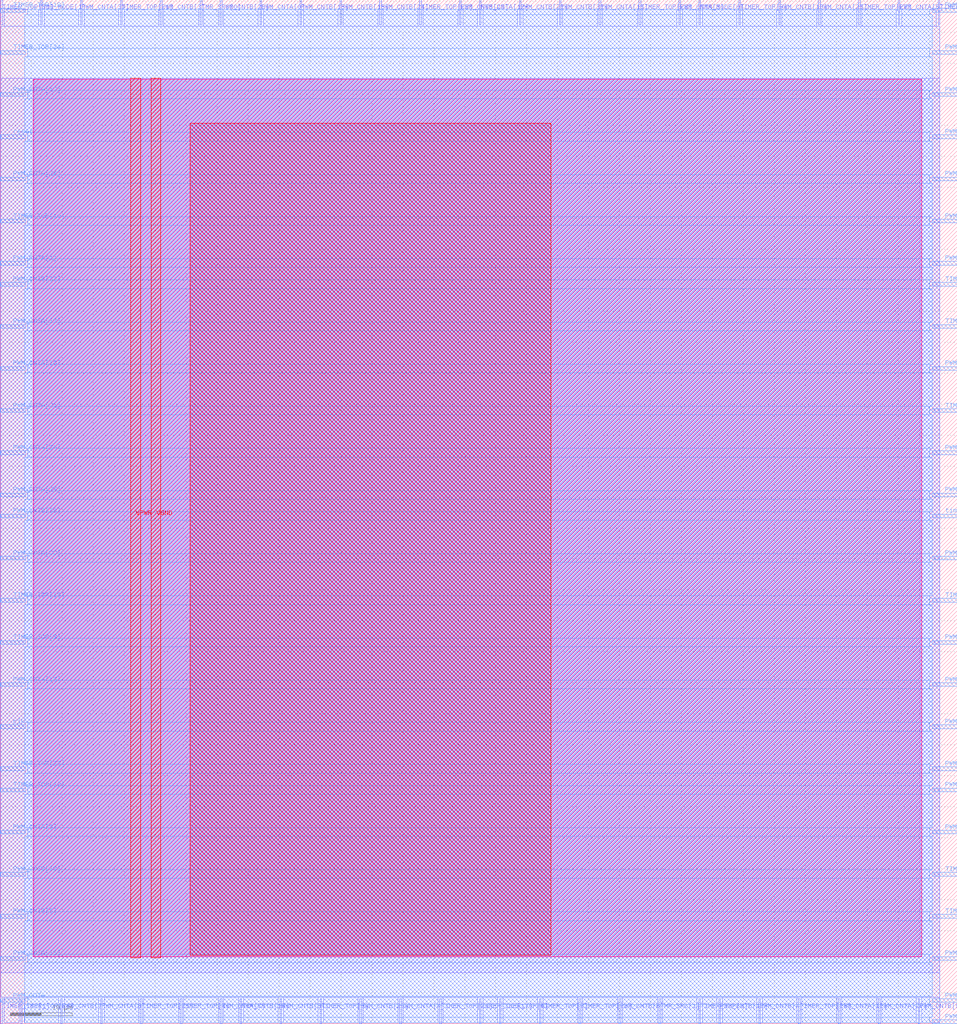
<source format=lef>
VERSION 5.7 ;
  NOWIREEXTENSIONATPIN ON ;
  DIVIDERCHAR "/" ;
  BUSBITCHARS "[]" ;
MACRO Timer_PWM_Generator
  CLASS BLOCK ;
  FOREIGN Timer_PWM_Generator ;
  ORIGIN 0.000 0.000 ;
  SIZE 154.515 BY 165.235 ;
  PIN PWM_CNTA[0]
    DIRECTION INPUT ;
    USE SIGNAL ;
    ANTENNAGATEAREA 0.213000 ;
    PORT
      LAYER met2 ;
        RECT 41.950 161.235 42.230 165.235 ;
    END
  END PWM_CNTA[0]
  PIN PWM_CNTA[10]
    DIRECTION INPUT ;
    USE SIGNAL ;
    ANTENNAGATEAREA 0.213000 ;
    PORT
      LAYER met3 ;
        RECT 0.000 105.440 4.000 106.040 ;
    END
  END PWM_CNTA[10]
  PIN PWM_CNTA[11]
    DIRECTION INPUT ;
    USE SIGNAL ;
    ANTENNAGATEAREA 0.213000 ;
    PORT
      LAYER met2 ;
        RECT 135.330 0.000 135.610 4.000 ;
    END
  END PWM_CNTA[11]
  PIN PWM_CNTA[12]
    DIRECTION INPUT ;
    USE SIGNAL ;
    ANTENNAGATEAREA 0.213000 ;
    PORT
      LAYER met2 ;
        RECT 77.370 161.235 77.650 165.235 ;
    END
  END PWM_CNTA[12]
  PIN PWM_CNTA[13]
    DIRECTION INPUT ;
    USE SIGNAL ;
    ANTENNAGATEAREA 0.126000 ;
    PORT
      LAYER met3 ;
        RECT 0.000 149.640 4.000 150.240 ;
    END
  END PWM_CNTA[13]
  PIN PWM_CNTA[14]
    DIRECTION INPUT ;
    USE SIGNAL ;
    ANTENNAGATEAREA 0.213000 ;
    PORT
      LAYER met3 ;
        RECT 150.515 61.240 154.515 61.840 ;
    END
  END PWM_CNTA[14]
  PIN PWM_CNTA[15]
    DIRECTION INPUT ;
    USE SIGNAL ;
    ANTENNAGATEAREA 0.196500 ;
    PORT
      LAYER met3 ;
        RECT 0.000 10.240 4.000 10.840 ;
    END
  END PWM_CNTA[15]
  PIN PWM_CNTA[16]
    DIRECTION INPUT ;
    USE SIGNAL ;
    ANTENNAGATEAREA 0.213000 ;
    PORT
      LAYER met2 ;
        RECT 96.690 161.235 96.970 165.235 ;
    END
  END PWM_CNTA[16]
  PIN PWM_CNTA[17]
    DIRECTION INPUT ;
    USE SIGNAL ;
    ANTENNAGATEAREA 0.126000 ;
    PORT
      LAYER met3 ;
        RECT 0.000 112.240 4.000 112.840 ;
    END
  END PWM_CNTA[17]
  PIN PWM_CNTA[18]
    DIRECTION INPUT ;
    USE SIGNAL ;
    ANTENNAGATEAREA 0.213000 ;
    PORT
      LAYER met3 ;
        RECT 0.000 54.440 4.000 55.040 ;
    END
  END PWM_CNTA[18]
  PIN PWM_CNTA[19]
    DIRECTION INPUT ;
    USE SIGNAL ;
    ANTENNAGATEAREA 0.213000 ;
    PORT
      LAYER met3 ;
        RECT 150.515 129.240 154.515 129.840 ;
    END
  END PWM_CNTA[19]
  PIN PWM_CNTA[1]
    DIRECTION INPUT ;
    USE SIGNAL ;
    ANTENNAGATEAREA 0.159000 ;
    PORT
      LAYER met3 ;
        RECT 0.000 122.440 4.000 123.040 ;
    END
  END PWM_CNTA[1]
  PIN PWM_CNTA[20]
    DIRECTION INPUT ;
    USE SIGNAL ;
    ANTENNAGATEAREA 0.126000 ;
    PORT
      LAYER met3 ;
        RECT 0.000 91.840 4.000 92.440 ;
    END
  END PWM_CNTA[20]
  PIN PWM_CNTA[21]
    DIRECTION INPUT ;
    USE SIGNAL ;
    ANTENNAGATEAREA 0.159000 ;
    PORT
      LAYER met3 ;
        RECT 150.515 37.440 154.515 38.040 ;
    END
  END PWM_CNTA[21]
  PIN PWM_CNTA[22]
    DIRECTION INPUT ;
    USE SIGNAL ;
    ANTENNAGATEAREA 0.213000 ;
    PORT
      LAYER met3 ;
        RECT 0.000 74.840 4.000 75.440 ;
    END
  END PWM_CNTA[22]
  PIN PWM_CNTA[23]
    DIRECTION INPUT ;
    USE SIGNAL ;
    ANTENNAGATEAREA 0.213000 ;
    PORT
      LAYER met3 ;
        RECT 150.515 85.040 154.515 85.640 ;
    END
  END PWM_CNTA[23]
  PIN PWM_CNTA[24]
    DIRECTION INPUT ;
    USE SIGNAL ;
    ANTENNAGATEAREA 0.126000 ;
    PORT
      LAYER met3 ;
        RECT 0.000 136.040 4.000 136.640 ;
    END
  END PWM_CNTA[24]
  PIN PWM_CNTA[25]
    DIRECTION INPUT ;
    USE SIGNAL ;
    ANTENNAGATEAREA 0.213000 ;
    PORT
      LAYER met3 ;
        RECT 0.000 85.040 4.000 85.640 ;
    END
  END PWM_CNTA[25]
  PIN PWM_CNTA[26]
    DIRECTION INPUT ;
    USE SIGNAL ;
    ANTENNAGATEAREA 0.126000 ;
    PORT
      LAYER met2 ;
        RECT 132.110 161.235 132.390 165.235 ;
    END
  END PWM_CNTA[26]
  PIN PWM_CNTA[27]
    DIRECTION INPUT ;
    USE SIGNAL ;
    ANTENNAGATEAREA 0.213000 ;
    PORT
      LAYER met2 ;
        RECT 141.770 0.000 142.050 4.000 ;
    END
  END PWM_CNTA[27]
  PIN PWM_CNTA[28]
    DIRECTION INPUT ;
    USE SIGNAL ;
    ANTENNAGATEAREA 0.126000 ;
    PORT
      LAYER met3 ;
        RECT 150.515 30.640 154.515 31.240 ;
    END
  END PWM_CNTA[28]
  PIN PWM_CNTA[29]
    DIRECTION INPUT ;
    USE SIGNAL ;
    ANTENNAGATEAREA 0.126000 ;
    PORT
      LAYER met3 ;
        RECT 150.515 91.840 154.515 92.440 ;
    END
  END PWM_CNTA[29]
  PIN PWM_CNTA[2]
    DIRECTION INPUT ;
    USE SIGNAL ;
    ANTENNAGATEAREA 0.213000 ;
    PORT
      LAYER met3 ;
        RECT 150.515 149.640 154.515 150.240 ;
    END
  END PWM_CNTA[2]
  PIN PWM_CNTA[30]
    DIRECTION INPUT ;
    USE SIGNAL ;
    ANTENNAGATEAREA 0.213000 ;
    PORT
      LAYER met2 ;
        RECT 12.970 161.235 13.250 165.235 ;
    END
  END PWM_CNTA[30]
  PIN PWM_CNTA[31]
    DIRECTION INPUT ;
    USE SIGNAL ;
    ANTENNAGATEAREA 0.213000 ;
    PORT
      LAYER met3 ;
        RECT 0.000 98.640 4.000 99.240 ;
    END
  END PWM_CNTA[31]
  PIN PWM_CNTA[3]
    DIRECTION INPUT ;
    USE SIGNAL ;
    ANTENNAGATEAREA 0.213000 ;
    PORT
      LAYER met2 ;
        RECT 109.570 161.235 109.850 165.235 ;
    END
  END PWM_CNTA[3]
  PIN PWM_CNTA[4]
    DIRECTION INPUT ;
    USE SIGNAL ;
    ANTENNAGATEAREA 0.126000 ;
    PORT
      LAYER met2 ;
        RECT 64.490 0.000 64.770 4.000 ;
    END
  END PWM_CNTA[4]
  PIN PWM_CNTA[5]
    DIRECTION INPUT ;
    USE SIGNAL ;
    ANTENNAGATEAREA 0.213000 ;
    PORT
      LAYER met2 ;
        RECT 144.990 161.235 145.270 165.235 ;
    END
  END PWM_CNTA[5]
  PIN PWM_CNTA[6]
    DIRECTION INPUT ;
    USE SIGNAL ;
    ANTENNAGATEAREA 0.213000 ;
    PORT
      LAYER met3 ;
        RECT 150.515 156.440 154.515 157.040 ;
    END
  END PWM_CNTA[6]
  PIN PWM_CNTA[7]
    DIRECTION INPUT ;
    USE SIGNAL ;
    ANTENNAGATEAREA 0.126000 ;
    PORT
      LAYER met2 ;
        RECT 35.510 0.000 35.790 4.000 ;
    END
  END PWM_CNTA[7]
  PIN PWM_CNTA[8]
    DIRECTION INPUT ;
    USE SIGNAL ;
    ANTENNAGATEAREA 0.126000 ;
    PORT
      LAYER met2 ;
        RECT 16.190 0.000 16.470 4.000 ;
    END
  END PWM_CNTA[8]
  PIN PWM_CNTA[9]
    DIRECTION INPUT ;
    USE SIGNAL ;
    ANTENNAGATEAREA 0.126000 ;
    PORT
      LAYER met3 ;
        RECT 0.000 30.640 4.000 31.240 ;
    END
  END PWM_CNTA[9]
  PIN PWM_CNTB[0]
    DIRECTION INPUT ;
    USE SIGNAL ;
    ANTENNAGATEAREA 0.126000 ;
    PORT
      LAYER met3 ;
        RECT 150.515 163.240 154.515 163.840 ;
    END
  END PWM_CNTB[0]
  PIN PWM_CNTB[10]
    DIRECTION INPUT ;
    USE SIGNAL ;
    ANTENNAGATEAREA 0.213000 ;
    PORT
      LAYER met2 ;
        RECT 125.670 161.235 125.950 165.235 ;
    END
  END PWM_CNTB[10]
  PIN PWM_CNTB[11]
    DIRECTION INPUT ;
    USE SIGNAL ;
    ANTENNAGATEAREA 0.213000 ;
    PORT
      LAYER met3 ;
        RECT 150.515 10.240 154.515 10.840 ;
    END
  END PWM_CNTB[11]
  PIN PWM_CNTB[12]
    DIRECTION INPUT ;
    USE SIGNAL ;
    ANTENNAGATEAREA 0.196500 ;
    PORT
      LAYER met2 ;
        RECT 116.010 0.000 116.290 4.000 ;
    END
  END PWM_CNTB[12]
  PIN PWM_CNTB[13]
    DIRECTION INPUT ;
    USE SIGNAL ;
    ANTENNAGATEAREA 0.126000 ;
    PORT
      LAYER met3 ;
        RECT 150.515 74.840 154.515 75.440 ;
    END
  END PWM_CNTB[13]
  PIN PWM_CNTB[14]
    DIRECTION INPUT ;
    USE SIGNAL ;
    ANTENNAGATEAREA 0.159000 ;
    PORT
      LAYER met3 ;
        RECT 150.515 54.440 154.515 55.040 ;
    END
  END PWM_CNTB[14]
  PIN PWM_CNTB[15]
    DIRECTION INPUT ;
    USE SIGNAL ;
    ANTENNAGATEAREA 0.213000 ;
    PORT
      LAYER met2 ;
        RECT 48.390 161.235 48.670 165.235 ;
    END
  END PWM_CNTB[15]
  PIN PWM_CNTB[16]
    DIRECTION INPUT ;
    USE SIGNAL ;
    ANTENNAGATEAREA 0.196500 ;
    PORT
      LAYER met2 ;
        RECT 54.830 161.235 55.110 165.235 ;
    END
  END PWM_CNTB[16]
  PIN PWM_CNTB[17]
    DIRECTION INPUT ;
    USE SIGNAL ;
    ANTENNAGATEAREA 0.213000 ;
    PORT
      LAYER met3 ;
        RECT 150.515 122.440 154.515 123.040 ;
    END
  END PWM_CNTB[17]
  PIN PWM_CNTB[18]
    DIRECTION INPUT ;
    USE SIGNAL ;
    ANTENNAGATEAREA 0.213000 ;
    PORT
      LAYER met3 ;
        RECT 0.000 23.840 4.000 24.440 ;
    END
  END PWM_CNTB[18]
  PIN PWM_CNTB[19]
    DIRECTION INPUT ;
    USE SIGNAL ;
    ANTENNAGATEAREA 0.196500 ;
    PORT
      LAYER met2 ;
        RECT 38.730 0.000 39.010 4.000 ;
    END
  END PWM_CNTB[19]
  PIN PWM_CNTB[1]
    DIRECTION INPUT ;
    USE SIGNAL ;
    ANTENNAGATEAREA 0.213000 ;
    PORT
      LAYER met3 ;
        RECT 150.515 136.040 154.515 136.640 ;
    END
  END PWM_CNTB[1]
  PIN PWM_CNTB[20]
    DIRECTION INPUT ;
    USE SIGNAL ;
    ANTENNAGATEAREA 0.213000 ;
    PORT
      LAYER met3 ;
        RECT 150.515 3.440 154.515 4.040 ;
    END
  END PWM_CNTB[20]
  PIN PWM_CNTB[21]
    DIRECTION INPUT ;
    USE SIGNAL ;
    ANTENNAGATEAREA 0.126000 ;
    PORT
      LAYER met2 ;
        RECT 83.810 161.235 84.090 165.235 ;
    END
  END PWM_CNTB[21]
  PIN PWM_CNTB[22]
    DIRECTION INPUT ;
    USE SIGNAL ;
    ANTENNAGATEAREA 0.126000 ;
    PORT
      LAYER met3 ;
        RECT 0.000 119.040 4.000 119.640 ;
    END
  END PWM_CNTB[22]
  PIN PWM_CNTB[23]
    DIRECTION INPUT ;
    USE SIGNAL ;
    ANTENNAGATEAREA 0.196500 ;
    PORT
      LAYER met2 ;
        RECT 35.510 161.235 35.790 165.235 ;
    END
  END PWM_CNTB[23]
  PIN PWM_CNTB[24]
    DIRECTION INPUT ;
    USE SIGNAL ;
    ANTENNAGATEAREA 0.196500 ;
    PORT
      LAYER met2 ;
        RECT 61.270 161.235 61.550 165.235 ;
    END
  END PWM_CNTB[24]
  PIN PWM_CNTB[25]
    DIRECTION INPUT ;
    USE SIGNAL ;
    ANTENNAGATEAREA 0.213000 ;
    PORT
      LAYER met3 ;
        RECT 150.515 142.840 154.515 143.440 ;
    END
  END PWM_CNTB[25]
  PIN PWM_CNTB[26]
    DIRECTION INPUT ;
    USE SIGNAL ;
    ANTENNAGATEAREA 0.213000 ;
    PORT
      LAYER met3 ;
        RECT 150.515 0.040 154.515 0.640 ;
    END
  END PWM_CNTB[26]
  PIN PWM_CNTB[27]
    DIRECTION INPUT ;
    USE SIGNAL ;
    ANTENNAGATEAREA 0.196500 ;
    PORT
      LAYER met2 ;
        RECT 74.150 161.235 74.430 165.235 ;
    END
  END PWM_CNTB[27]
  PIN PWM_CNTB[28]
    DIRECTION INPUT ;
    USE SIGNAL ;
    ANTENNAGATEAREA 0.213000 ;
    PORT
      LAYER met2 ;
        RECT 58.050 0.000 58.330 4.000 ;
    END
  END PWM_CNTB[28]
  PIN PWM_CNTB[29]
    DIRECTION INPUT ;
    USE SIGNAL ;
    ANTENNAGATEAREA 0.213000 ;
    PORT
      LAYER met3 ;
        RECT 150.515 40.840 154.515 41.440 ;
    END
  END PWM_CNTB[29]
  PIN PWM_CNTB[2]
    DIRECTION INPUT ;
    USE SIGNAL ;
    ANTENNAGATEAREA 0.213000 ;
    PORT
      LAYER met3 ;
        RECT 150.515 105.440 154.515 106.040 ;
    END
  END PWM_CNTB[2]
  PIN PWM_CNTB[30]
    DIRECTION INPUT ;
    USE SIGNAL ;
    ANTENNAGATEAREA 0.213000 ;
    PORT
      LAYER met3 ;
        RECT 0.000 81.640 4.000 82.240 ;
    END
  END PWM_CNTB[30]
  PIN PWM_CNTB[31]
    DIRECTION INPUT ;
    USE SIGNAL ;
    ANTENNAGATEAREA 0.196500 ;
    PORT
      LAYER met2 ;
        RECT 90.250 161.235 90.530 165.235 ;
    END
  END PWM_CNTB[31]
  PIN PWM_CNTB[3]
    DIRECTION INPUT ;
    USE SIGNAL ;
    ANTENNAGATEAREA 0.159000 ;
    PORT
      LAYER met2 ;
        RECT 25.850 161.235 26.130 165.235 ;
    END
  END PWM_CNTB[3]
  PIN PWM_CNTB[4]
    DIRECTION INPUT ;
    USE SIGNAL ;
    ANTENNAGATEAREA 0.126000 ;
    PORT
      LAYER met2 ;
        RECT 122.450 0.000 122.730 4.000 ;
    END
  END PWM_CNTB[4]
  PIN PWM_CNTB[5]
    DIRECTION INPUT ;
    USE SIGNAL ;
    ANTENNAGATEAREA 0.213000 ;
    PORT
      LAYER met3 ;
        RECT 0.000 17.040 4.000 17.640 ;
    END
  END PWM_CNTB[5]
  PIN PWM_CNTB[6]
    DIRECTION INPUT ;
    USE SIGNAL ;
    ANTENNAGATEAREA 0.196500 ;
    PORT
      LAYER met2 ;
        RECT 99.910 0.000 100.190 4.000 ;
    END
  END PWM_CNTB[6]
  PIN PWM_CNTB[7]
    DIRECTION INPUT ;
    USE SIGNAL ;
    ANTENNAGATEAREA 0.126000 ;
    PORT
      LAYER met2 ;
        RECT 9.750 0.000 10.030 4.000 ;
    END
  END PWM_CNTB[7]
  PIN PWM_CNTB[8]
    DIRECTION INPUT ;
    USE SIGNAL ;
    ANTENNAGATEAREA 0.196500 ;
    PORT
      LAYER met2 ;
        RECT 45.170 0.000 45.450 4.000 ;
    END
  END PWM_CNTB[8]
  PIN PWM_CNTB[9]
    DIRECTION INPUT ;
    USE SIGNAL ;
    ANTENNAGATEAREA 0.213000 ;
    PORT
      LAYER met2 ;
        RECT 148.210 0.000 148.490 4.000 ;
    END
  END PWM_CNTB[9]
  PIN PWM_OUTA
    DIRECTION OUTPUT ;
    USE SIGNAL ;
    ANTENNADIFFAREA 0.340600 ;
    PORT
      LAYER met3 ;
        RECT 0.000 3.440 4.000 4.040 ;
    END
  END PWM_OUTA
  PIN PWM_OUTB
    DIRECTION OUTPUT ;
    USE SIGNAL ;
    ANTENNADIFFAREA 0.340600 ;
    PORT
      LAYER met3 ;
        RECT 150.515 47.640 154.515 48.240 ;
    END
  END PWM_OUTB
  PIN TIMER_TOP[0]
    DIRECTION INPUT ;
    USE SIGNAL ;
    ANTENNAGATEAREA 0.196500 ;
    PORT
      LAYER met2 ;
        RECT 112.790 0.000 113.070 4.000 ;
    END
  END TIMER_TOP[0]
  PIN TIMER_TOP[10]
    DIRECTION INPUT ;
    USE SIGNAL ;
    ANTENNAGATEAREA 0.213000 ;
    PORT
      LAYER met3 ;
        RECT 0.000 129.240 4.000 129.840 ;
    END
  END TIMER_TOP[10]
  PIN TIMER_TOP[11]
    DIRECTION INPUT ;
    USE SIGNAL ;
    ANTENNAGATEAREA 0.213000 ;
    PORT
      LAYER met3 ;
        RECT 150.515 17.040 154.515 17.640 ;
    END
  END TIMER_TOP[11]
  PIN TIMER_TOP[12]
    DIRECTION INPUT ;
    USE SIGNAL ;
    ANTENNAGATEAREA 0.126000 ;
    PORT
      LAYER met3 ;
        RECT 0.000 37.440 4.000 38.040 ;
    END
  END TIMER_TOP[12]
  PIN TIMER_TOP[13]
    DIRECTION INPUT ;
    USE SIGNAL ;
    ANTENNAGATEAREA 0.213000 ;
    PORT
      LAYER met3 ;
        RECT 150.515 68.040 154.515 68.640 ;
    END
  END TIMER_TOP[13]
  PIN TIMER_TOP[14]
    DIRECTION INPUT ;
    USE SIGNAL ;
    ANTENNAGATEAREA 0.213000 ;
    PORT
      LAYER met3 ;
        RECT 150.515 112.240 154.515 112.840 ;
    END
  END TIMER_TOP[14]
  PIN TIMER_TOP[15]
    DIRECTION INPUT ;
    USE SIGNAL ;
    ANTENNAGATEAREA 0.213000 ;
    PORT
      LAYER met2 ;
        RECT 128.890 0.000 129.170 4.000 ;
    END
  END TIMER_TOP[15]
  PIN TIMER_TOP[16]
    DIRECTION INPUT ;
    USE SIGNAL ;
    ANTENNAGATEAREA 0.213000 ;
    PORT
      LAYER met3 ;
        RECT 150.515 119.040 154.515 119.640 ;
    END
  END TIMER_TOP[16]
  PIN TIMER_TOP[17]
    DIRECTION INPUT ;
    USE SIGNAL ;
    ANTENNAGATEAREA 0.213000 ;
    PORT
      LAYER met2 ;
        RECT 77.370 0.000 77.650 4.000 ;
    END
  END TIMER_TOP[17]
  PIN TIMER_TOP[18]
    DIRECTION INPUT ;
    USE SIGNAL ;
    ANTENNAGATEAREA 0.126000 ;
    PORT
      LAYER met3 ;
        RECT 0.000 163.240 4.000 163.840 ;
    END
  END TIMER_TOP[18]
  PIN TIMER_TOP[19]
    DIRECTION INPUT ;
    USE SIGNAL ;
    ANTENNAGATEAREA 0.126000 ;
    PORT
      LAYER met3 ;
        RECT 0.000 68.040 4.000 68.640 ;
    END
  END TIMER_TOP[19]
  PIN TIMER_TOP[1]
    DIRECTION INPUT ;
    USE SIGNAL ;
    ANTENNAGATEAREA 0.213000 ;
    PORT
      LAYER met2 ;
        RECT 0.090 0.000 0.370 4.000 ;
    END
  END TIMER_TOP[1]
  PIN TIMER_TOP[20]
    DIRECTION INPUT ;
    USE SIGNAL ;
    ANTENNAGATEAREA 0.213000 ;
    PORT
      LAYER met2 ;
        RECT 93.470 0.000 93.750 4.000 ;
    END
  END TIMER_TOP[20]
  PIN TIMER_TOP[21]
    DIRECTION INPUT ;
    USE SIGNAL ;
    ANTENNAGATEAREA 0.196500 ;
    PORT
      LAYER met2 ;
        RECT 19.410 161.235 19.690 165.235 ;
    END
  END TIMER_TOP[21]
  PIN TIMER_TOP[22]
    DIRECTION INPUT ;
    USE SIGNAL ;
    ANTENNAGATEAREA 0.196500 ;
    PORT
      LAYER met2 ;
        RECT 67.710 161.235 67.990 165.235 ;
    END
  END TIMER_TOP[22]
  PIN TIMER_TOP[23]
    DIRECTION INPUT ;
    USE SIGNAL ;
    ANTENNAGATEAREA 0.126000 ;
    PORT
      LAYER met3 ;
        RECT 0.000 40.840 4.000 41.440 ;
    END
  END TIMER_TOP[23]
  PIN TIMER_TOP[24]
    DIRECTION INPUT ;
    USE SIGNAL ;
    ANTENNAGATEAREA 0.213000 ;
    PORT
      LAYER met3 ;
        RECT 0.000 156.440 4.000 157.040 ;
    END
  END TIMER_TOP[24]
  PIN TIMER_TOP[25]
    DIRECTION INPUT ;
    USE SIGNAL ;
    ANTENNAGATEAREA 0.213000 ;
    PORT
      LAYER met2 ;
        RECT 22.630 0.000 22.910 4.000 ;
    END
  END TIMER_TOP[25]
  PIN TIMER_TOP[26]
    DIRECTION INPUT ;
    USE SIGNAL ;
    ANTENNAGATEAREA 0.196500 ;
    PORT
      LAYER met2 ;
        RECT 3.310 0.000 3.590 4.000 ;
    END
  END TIMER_TOP[26]
  PIN TIMER_TOP[27]
    DIRECTION INPUT ;
    USE SIGNAL ;
    ANTENNAGATEAREA 0.213000 ;
    PORT
      LAYER met2 ;
        RECT 138.550 161.235 138.830 165.235 ;
    END
  END TIMER_TOP[27]
  PIN TIMER_TOP[28]
    DIRECTION INPUT ;
    USE SIGNAL ;
    ANTENNAGATEAREA 0.213000 ;
    PORT
      LAYER met2 ;
        RECT 103.130 161.235 103.410 165.235 ;
    END
  END TIMER_TOP[28]
  PIN TIMER_TOP[29]
    DIRECTION INPUT ;
    USE SIGNAL ;
    ANTENNAGATEAREA 0.213000 ;
    PORT
      LAYER met2 ;
        RECT 70.930 0.000 71.210 4.000 ;
    END
  END TIMER_TOP[29]
  PIN TIMER_TOP[2]
    DIRECTION INPUT ;
    USE SIGNAL ;
    ANTENNAGATEAREA 0.196500 ;
    PORT
      LAYER met2 ;
        RECT 151.430 161.235 151.710 165.235 ;
    END
  END TIMER_TOP[2]
  PIN TIMER_TOP[30]
    DIRECTION INPUT ;
    USE SIGNAL ;
    ANTENNAGATEAREA 0.213000 ;
    PORT
      LAYER met3 ;
        RECT 150.515 23.840 154.515 24.440 ;
    END
  END TIMER_TOP[30]
  PIN TIMER_TOP[31]
    DIRECTION INPUT ;
    USE SIGNAL ;
    ANTENNAGATEAREA 0.213000 ;
    PORT
      LAYER met2 ;
        RECT 0.090 161.235 0.370 165.235 ;
    END
  END TIMER_TOP[31]
  PIN TIMER_TOP[3]
    DIRECTION INPUT ;
    USE SIGNAL ;
    ANTENNAGATEAREA 0.213000 ;
    PORT
      LAYER met3 ;
        RECT 0.000 61.240 4.000 61.840 ;
    END
  END TIMER_TOP[3]
  PIN TIMER_TOP[4]
    DIRECTION INPUT ;
    USE SIGNAL ;
    ANTENNAGATEAREA 0.126000 ;
    PORT
      LAYER met2 ;
        RECT 29.070 0.000 29.350 4.000 ;
    END
  END TIMER_TOP[4]
  PIN TIMER_TOP[5]
    DIRECTION INPUT ;
    USE SIGNAL ;
    ANTENNAGATEAREA 0.126000 ;
    PORT
      LAYER met2 ;
        RECT 51.610 0.000 51.890 4.000 ;
    END
  END TIMER_TOP[5]
  PIN TIMER_TOP[6]
    DIRECTION INPUT ;
    USE SIGNAL ;
    ANTENNAGATEAREA 0.196500 ;
    PORT
      LAYER met2 ;
        RECT 80.590 0.000 80.870 4.000 ;
    END
  END TIMER_TOP[6]
  PIN TIMER_TOP[7]
    DIRECTION INPUT ;
    USE SIGNAL ;
    ANTENNAGATEAREA 0.213000 ;
    PORT
      LAYER met3 ;
        RECT 150.515 98.640 154.515 99.240 ;
    END
  END TIMER_TOP[7]
  PIN TIMER_TOP[8]
    DIRECTION INPUT ;
    USE SIGNAL ;
    ANTENNAGATEAREA 0.126000 ;
    PORT
      LAYER met2 ;
        RECT 87.030 0.000 87.310 4.000 ;
    END
  END TIMER_TOP[8]
  PIN TIMER_TOP[9]
    DIRECTION INPUT ;
    USE SIGNAL ;
    ANTENNAGATEAREA 0.159000 ;
    PORT
      LAYER met2 ;
        RECT 119.230 161.235 119.510 165.235 ;
    END
  END TIMER_TOP[9]
  PIN TMR_MODE[0]
    DIRECTION INPUT ;
    USE SIGNAL ;
    ANTENNAGATEAREA 0.196500 ;
    PORT
      LAYER met2 ;
        RECT 112.790 161.235 113.070 165.235 ;
    END
  END TMR_MODE[0]
  PIN TMR_MODE[1]
    DIRECTION INPUT ;
    USE SIGNAL ;
    ANTENNAGATEAREA 0.213000 ;
    PORT
      LAYER met2 ;
        RECT 6.530 161.235 6.810 165.235 ;
    END
  END TMR_MODE[1]
  PIN TMR_SRC[0]
    DIRECTION INPUT ;
    USE SIGNAL ;
    PORT
      LAYER met2 ;
        RECT 32.290 161.235 32.570 165.235 ;
    END
  END TMR_SRC[0]
  PIN TMR_SRC[1]
    DIRECTION INPUT ;
    USE SIGNAL ;
    PORT
      LAYER met2 ;
        RECT 106.350 0.000 106.630 4.000 ;
    END
  END TMR_SRC[1]
  PIN VGND
    DIRECTION INOUT ;
    USE GROUND ;
    PORT
      LAYER met4 ;
        RECT 24.340 10.640 25.940 152.560 ;
    END
  END VGND
  PIN VPWR
    DIRECTION INOUT ;
    USE POWER ;
    PORT
      LAYER met4 ;
        RECT 21.040 10.640 22.640 152.560 ;
    END
  END VPWR
  PIN clk
    DIRECTION INPUT ;
    USE SIGNAL ;
    ANTENNAGATEAREA 0.852000 ;
    PORT
      LAYER met3 ;
        RECT 0.000 47.640 4.000 48.240 ;
    END
  END clk
  PIN reset
    DIRECTION INPUT ;
    USE SIGNAL ;
    ANTENNAGATEAREA 0.852000 ;
    PORT
      LAYER met3 ;
        RECT 0.000 142.840 4.000 143.440 ;
    END
  END reset
  PIN timer_interrupt
    DIRECTION OUTPUT ;
    USE SIGNAL ;
    ANTENNADIFFAREA 0.340600 ;
    PORT
      LAYER met3 ;
        RECT 150.515 81.640 154.515 82.240 ;
    END
  END timer_interrupt
  OBS
      LAYER nwell ;
        RECT 5.330 10.795 148.770 152.405 ;
      LAYER li1 ;
        RECT 5.520 10.795 148.580 152.405 ;
      LAYER met1 ;
        RECT 0.070 8.200 151.730 152.560 ;
      LAYER met2 ;
        RECT 0.650 160.955 6.250 163.725 ;
        RECT 7.090 160.955 12.690 163.725 ;
        RECT 13.530 160.955 19.130 163.725 ;
        RECT 19.970 160.955 25.570 163.725 ;
        RECT 26.410 160.955 32.010 163.725 ;
        RECT 32.850 160.955 35.230 163.725 ;
        RECT 36.070 160.955 41.670 163.725 ;
        RECT 42.510 160.955 48.110 163.725 ;
        RECT 48.950 160.955 54.550 163.725 ;
        RECT 55.390 160.955 60.990 163.725 ;
        RECT 61.830 160.955 67.430 163.725 ;
        RECT 68.270 160.955 73.870 163.725 ;
        RECT 74.710 160.955 77.090 163.725 ;
        RECT 77.930 160.955 83.530 163.725 ;
        RECT 84.370 160.955 89.970 163.725 ;
        RECT 90.810 160.955 96.410 163.725 ;
        RECT 97.250 160.955 102.850 163.725 ;
        RECT 103.690 160.955 109.290 163.725 ;
        RECT 110.130 160.955 112.510 163.725 ;
        RECT 113.350 160.955 118.950 163.725 ;
        RECT 119.790 160.955 125.390 163.725 ;
        RECT 126.230 160.955 131.830 163.725 ;
        RECT 132.670 160.955 138.270 163.725 ;
        RECT 139.110 160.955 144.710 163.725 ;
        RECT 145.550 160.955 151.150 163.725 ;
        RECT 0.100 4.280 151.700 160.955 ;
        RECT 0.650 0.155 3.030 4.280 ;
        RECT 3.870 0.155 9.470 4.280 ;
        RECT 10.310 0.155 15.910 4.280 ;
        RECT 16.750 0.155 22.350 4.280 ;
        RECT 23.190 0.155 28.790 4.280 ;
        RECT 29.630 0.155 35.230 4.280 ;
        RECT 36.070 0.155 38.450 4.280 ;
        RECT 39.290 0.155 44.890 4.280 ;
        RECT 45.730 0.155 51.330 4.280 ;
        RECT 52.170 0.155 57.770 4.280 ;
        RECT 58.610 0.155 64.210 4.280 ;
        RECT 65.050 0.155 70.650 4.280 ;
        RECT 71.490 0.155 77.090 4.280 ;
        RECT 77.930 0.155 80.310 4.280 ;
        RECT 81.150 0.155 86.750 4.280 ;
        RECT 87.590 0.155 93.190 4.280 ;
        RECT 94.030 0.155 99.630 4.280 ;
        RECT 100.470 0.155 106.070 4.280 ;
        RECT 106.910 0.155 112.510 4.280 ;
        RECT 113.350 0.155 115.730 4.280 ;
        RECT 116.570 0.155 122.170 4.280 ;
        RECT 123.010 0.155 128.610 4.280 ;
        RECT 129.450 0.155 135.050 4.280 ;
        RECT 135.890 0.155 141.490 4.280 ;
        RECT 142.330 0.155 147.930 4.280 ;
        RECT 148.770 0.155 151.700 4.280 ;
      LAYER met3 ;
        RECT 4.400 162.840 150.115 163.705 ;
        RECT 3.990 157.440 150.515 162.840 ;
        RECT 4.400 156.040 150.115 157.440 ;
        RECT 3.990 150.640 150.515 156.040 ;
        RECT 4.400 149.240 150.115 150.640 ;
        RECT 3.990 143.840 150.515 149.240 ;
        RECT 4.400 142.440 150.115 143.840 ;
        RECT 3.990 137.040 150.515 142.440 ;
        RECT 4.400 135.640 150.115 137.040 ;
        RECT 3.990 130.240 150.515 135.640 ;
        RECT 4.400 128.840 150.115 130.240 ;
        RECT 3.990 123.440 150.515 128.840 ;
        RECT 4.400 122.040 150.115 123.440 ;
        RECT 3.990 120.040 150.515 122.040 ;
        RECT 4.400 118.640 150.115 120.040 ;
        RECT 3.990 113.240 150.515 118.640 ;
        RECT 4.400 111.840 150.115 113.240 ;
        RECT 3.990 106.440 150.515 111.840 ;
        RECT 4.400 105.040 150.115 106.440 ;
        RECT 3.990 99.640 150.515 105.040 ;
        RECT 4.400 98.240 150.115 99.640 ;
        RECT 3.990 92.840 150.515 98.240 ;
        RECT 4.400 91.440 150.115 92.840 ;
        RECT 3.990 86.040 150.515 91.440 ;
        RECT 4.400 84.640 150.115 86.040 ;
        RECT 3.990 82.640 150.515 84.640 ;
        RECT 4.400 81.240 150.115 82.640 ;
        RECT 3.990 75.840 150.515 81.240 ;
        RECT 4.400 74.440 150.115 75.840 ;
        RECT 3.990 69.040 150.515 74.440 ;
        RECT 4.400 67.640 150.115 69.040 ;
        RECT 3.990 62.240 150.515 67.640 ;
        RECT 4.400 60.840 150.115 62.240 ;
        RECT 3.990 55.440 150.515 60.840 ;
        RECT 4.400 54.040 150.115 55.440 ;
        RECT 3.990 48.640 150.515 54.040 ;
        RECT 4.400 47.240 150.115 48.640 ;
        RECT 3.990 41.840 150.515 47.240 ;
        RECT 4.400 40.440 150.115 41.840 ;
        RECT 3.990 38.440 150.515 40.440 ;
        RECT 4.400 37.040 150.115 38.440 ;
        RECT 3.990 31.640 150.515 37.040 ;
        RECT 4.400 30.240 150.115 31.640 ;
        RECT 3.990 24.840 150.515 30.240 ;
        RECT 4.400 23.440 150.115 24.840 ;
        RECT 3.990 18.040 150.515 23.440 ;
        RECT 4.400 16.640 150.115 18.040 ;
        RECT 3.990 11.240 150.515 16.640 ;
        RECT 4.400 9.840 150.115 11.240 ;
        RECT 3.990 4.440 150.515 9.840 ;
        RECT 4.400 3.040 150.115 4.440 ;
        RECT 3.990 1.040 150.515 3.040 ;
        RECT 3.990 0.175 150.115 1.040 ;
      LAYER met4 ;
        RECT 30.655 11.055 88.945 145.345 ;
  END
END Timer_PWM_Generator
END LIBRARY


</source>
